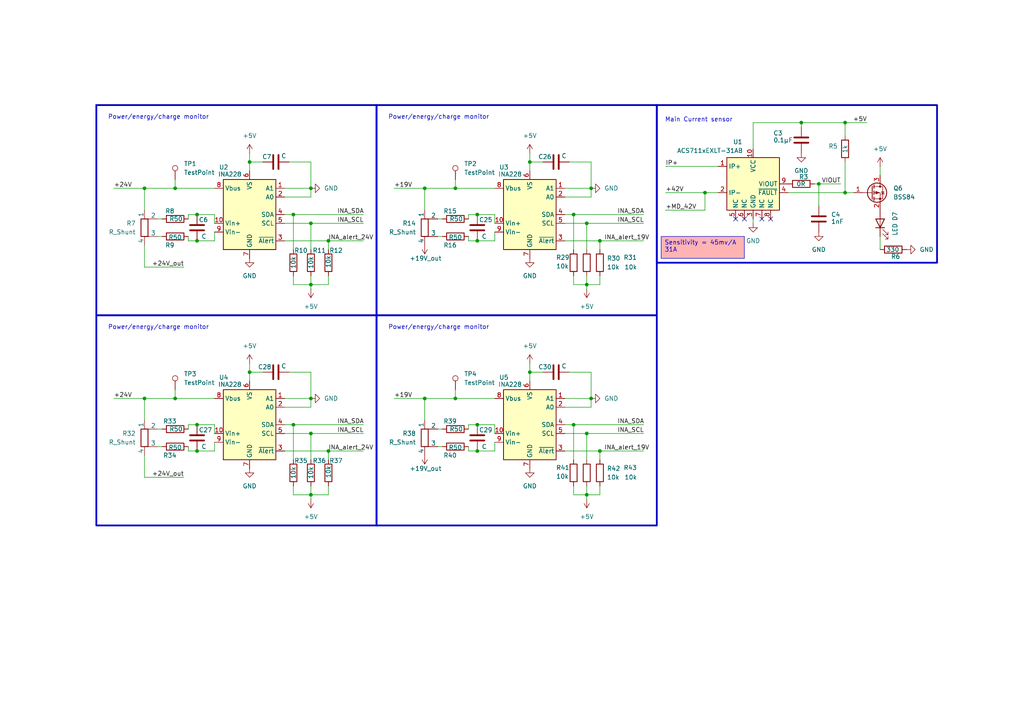
<source format=kicad_sch>
(kicad_sch (version 20231120) (generator "eeschema") (generator_version "8.0")
  (paper "A4")
  (title_block (title "Power distribution pcb") (company "Lapin AMK"))
  (lib_symbols
    (symbol "Connector:TestPoint" (pin_numbers hide) (pin_names (offset 0.762) hide)
      (property "Reference" "TP" (at 0 6.858 0))
      (property "Value" "TestPoint" (at 0 5.08 0))
      (symbol "TestPoint_0_1"
        (circle (center 0 3.302) (radius 0.762))
      )
      (symbol "TestPoint_1_1"
        (pin passive line (at 0 0 90) (length 2.54) (name "1") (number "1"))
      )
    )
    (symbol "Device:C" (pin_numbers hide) (pin_names (offset 0.254))
      (property "Reference" "C" (at 0.635 2.54 0))
      (property "Value" "C" (at 0.635 -2.54 0))
      (symbol "C_0_1"
        (polyline (pts (xy -2.032 -0.762) (xy 2.032 -0.762)) (stroke (width 0.508)))
        (polyline (pts (xy -2.032 0.762) (xy 2.032 0.762)) (stroke (width 0.508)))
      )
      (symbol "C_1_1"
        (pin passive line (at 0 3.81 270) (length 2.794) (name "~") (number "1"))
        (pin passive line (at 0 -3.81 90) (length 2.794) (name "~") (number "2"))
      )
    )
    (symbol "Device:LED" (pin_numbers hide) (pin_names (offset 1.016) hide)
      (property "Reference" "D" (at 0 2.54 0))
      (property "Value" "LED" (at 0 -2.54 0))
      (symbol "LED_0_1"
        (polyline (pts (xy -1.27 -1.27) (xy -1.27 1.27)) (stroke (width 0.254)))
        (polyline (pts (xy -1.27 0) (xy 1.27 0)))
        (polyline (pts (xy 1.27 -1.27) (xy 1.27 1.27) (xy -1.27 0) (xy 1.27 -1.27)) (stroke (width 0.254)))
        (polyline (pts (xy -3.048 -0.762) (xy -4.572 -2.286) (xy -3.81 -2.286) (xy -4.572 -2.286) (xy -4.572 -1.524)))
        (polyline (pts (xy -1.778 -0.762) (xy -3.302 -2.286) (xy -2.54 -2.286) (xy -3.302 -2.286) (xy -3.302 -1.524)))
      )
      (symbol "LED_1_1"
        (pin passive line (at -3.81 0 0) (length 2.54) (name "K") (number "1"))
        (pin passive line (at 3.81 0 180) (length 2.54) (name "A") (number "2"))
      )
    )
    (symbol "Device:R" (pin_numbers hide) (pin_names (offset 0))
      (property "Reference" "R" (at 2.032 0 90))
      (property "Value" "R" (at 0 0 90))
      (symbol "R_0_1"
        (rectangle (start -1.016 -2.54) (end 1.016 2.54) (stroke (width 0.254)))
      )
      (symbol "R_1_1"
        (pin passive line (at 0 3.81 270) (length 1.27) (name "~") (number "1"))
        (pin passive line (at 0 -3.81 90) (length 1.27) (name "~") (number "2"))
      )
    )
    (symbol "Device:R_Shunt" (pin_numbers hide) (pin_names (offset 0))
      (property "Reference" "R" (at -4.445 0 90))
      (property "Value" "R_Shunt" (at -2.54 0 90))
      (symbol "R_Shunt_0_1"
        (rectangle (start -1.016 -2.54) (end 1.016 2.54) (stroke (width 0.254)))
        (polyline (pts (xy 0 -2.54) (xy 1.27 -2.54)))
        (polyline (pts (xy 1.27 2.54) (xy 0 2.54)))
      )
      (symbol "R_Shunt_1_1"
        (pin passive line (at 0 5.08 270) (length 2.54) (name "1") (number "1"))
        (pin passive line (at 3.81 2.54 180) (length 2.54) (name "2") (number "2"))
        (pin passive line (at 3.81 -2.54 180) (length 2.54) (name "3") (number "3"))
        (pin passive line (at 0 -5.08 90) (length 2.54) (name "4") (number "4"))
      )
    )
    (symbol "Sensor_Current:ACS711xEXLT-31AB"
      (property "Reference" "U" (at 8.89 6.35 0))
      (property "Value" "ACS711xEXLT-31AB" (at 8.89 3.81 0))
      (symbol "ACS711xEXLT-31AB_0_1"
        (rectangle (start -7.62 7.62) (end 7.62 -7.62) (stroke (width 0.254)) (fill (type background)))
      )
      (symbol "ACS711xEXLT-31AB_1_1"
        (pin passive line (at -10.16 5.08 0) (length 2.54) (name "IP+") (number "1"))
        (pin power_in line (at 0 10.16 270) (length 2.54) (name "VCC") (number "10"))
        (pin passive line (at -10.16 -2.54 0) (length 2.54) (name "IP-") (number "2"))
        (pin power_in line (at 0 -10.16 90) (length 2.54) (name "GND") (number "3"))
        (pin output line (at 10.16 -2.54 180) (length 2.54) (name "~{FAULT}") (number "4"))
        (pin passive line (at -5.08 -10.16 90) (length 2.54) (name "NC") (number "5"))
        (pin passive line (at -2.54 -10.16 90) (length 2.54) (name "NC") (number "6"))
        (pin passive line (at 2.54 -10.16 90) (length 2.54) (name "NC") (number "7"))
        (pin passive line (at 5.08 -10.16 90) (length 2.54) (name "NC") (number "8"))
        (pin output line (at 10.16 0 180) (length 2.54) (name "VIOUT") (number "9"))
      )
    )
    (symbol "Sensor_Energy:INA228"
      (property "Reference" "U" (at -6.35 11.43 0))
      (property "Value" "INA228" (at 3.81 11.43 0))
      (symbol "INA228_0_1"
        (rectangle (start 7.62 10.16) (end -7.62 -10.16) (stroke (width 0.254)) (fill (type background)))
      )
      (symbol "INA228_1_1"
        (pin input line (at 10.16 7.62 180) (length 2.54) (name "A1") (number "1"))
        (pin input line (at -10.16 -2.54 0) (length 2.54) (name "Vin+") (number "10"))
        (pin input line (at 10.16 5.08 180) (length 2.54) (name "A0") (number "2"))
        (pin open_collector line (at 10.16 -7.62 180) (length 2.54) (name "~{Alert}") (number "3"))
        (pin bidirectional line (at 10.16 0 180) (length 2.54) (name "SDA") (number "4"))
        (pin input line (at 10.16 -2.54 180) (length 2.54) (name "SCL") (number "5"))
        (pin power_in line (at 0 12.7 270) (length 2.54) (name "VS") (number "6"))
        (pin power_in line (at 0 -12.7 90) (length 2.54) (name "GND") (number "7"))
        (pin input line (at -10.16 7.62 0) (length 2.54) (name "Vbus") (number "8"))
        (pin input line (at -10.16 -5.08 0) (length 2.54) (name "Vin-") (number "9"))
      )
    )
    (symbol "Transistor_FET:BSS84" (pin_names hide)
      (property "Reference" "Q" (at 5.08 1.905 0))
      (property "Value" "BSS84" (at 5.08 0 0))
      (symbol "BSS84_0_1"
        (polyline (pts (xy 0.254 0) (xy -2.54 0)))
        (polyline (pts (xy 0.254 1.905) (xy 0.254 -1.905)) (stroke (width 0.254)))
        (polyline (pts (xy 0.762 -1.27) (xy 0.762 -2.286)) (stroke (width 0.254)))
        (polyline (pts (xy 0.762 0.508) (xy 0.762 -0.508)) (stroke (width 0.254)))
        (polyline (pts (xy 0.762 2.286) (xy 0.762 1.27)) (stroke (width 0.254)))
        (polyline (pts (xy 2.54 2.54) (xy 2.54 1.778)))
        (polyline (pts (xy 2.54 -2.54) (xy 2.54 0) (xy 0.762 0)))
        (polyline (pts (xy 0.762 1.778) (xy 3.302 1.778) (xy 3.302 -1.778) (xy 0.762 -1.778)))
        (polyline (pts (xy 2.286 0) (xy 1.27 0.381) (xy 1.27 -0.381) (xy 2.286 0)) (fill (type outline)))
        (polyline (pts (xy 2.794 -0.508) (xy 2.921 -0.381) (xy 3.683 -0.381) (xy 3.81 -0.254)))
        (polyline (pts (xy 3.302 -0.381) (xy 2.921 0.254) (xy 3.683 0.254) (xy 3.302 -0.381)))
        (circle (center 1.651 0) (radius 2.794) (stroke (width 0.254)))
        (circle (center 2.54 -1.778) (radius 0.254) (fill (type outline)))
        (circle (center 2.54 1.778) (radius 0.254) (fill (type outline)))
      )
      (symbol "BSS84_1_1"
        (pin input line (at -5.08 0 0) (length 2.54) (name "G") (number "1"))
        (pin passive line (at 2.54 -5.08 90) (length 2.54) (name "S") (number "2"))
        (pin passive line (at 2.54 5.08 270) (length 2.54) (name "D") (number "3"))
      )
    )
    (symbol "power:+36V" (power) (pin_numbers hide) (pin_names (offset 0) hide)
      (property "Value" "+36V" (at 0 3.556 0))
      (symbol "+36V_0_1"
        (polyline (pts (xy -0.762 1.27) (xy 0 2.54)))
        (polyline (pts (xy 0 0) (xy 0 2.54)))
        (polyline (pts (xy 0 2.54) (xy 0.762 1.27)))
      )
      (symbol "+36V_1_1"
        (pin power_in line (at 0 0 90) (length 0) (name "~") (number "1"))
      )
    )
    (symbol "power:+5V" (power) (pin_numbers hide) (pin_names (offset 0) hide)
      (property "Value" "+5V" (at 0 3.556 0))
      (symbol "+5V_0_1"
        (polyline (pts (xy -0.762 1.27) (xy 0 2.54)))
        (polyline (pts (xy 0 0) (xy 0 2.54)))
        (polyline (pts (xy 0 2.54) (xy 0.762 1.27)))
      )
      (symbol "+5V_1_1"
        (pin power_in line (at 0 0 90) (length 0) (name "~") (number "1"))
      )
    )
    (symbol "power:GND" (power) (pin_numbers hide) (pin_names (offset 0) hide)
      (property "Value" "GND" (at 0 -3.81 0))
      (symbol "GND_0_1"
        (polyline (pts (xy 0 0) (xy 0 -1.27) (xy 1.27 -1.27) (xy 0 -2.54) (xy -1.27 -1.27) (xy 0 -1.27)))
      )
      (symbol "GND_1_1"
        (pin power_in line (at 0 0 270) (length 0) (name "~") (number "1"))
      )
    )
  )
  (junction (at 132.08 54.61))
  (junction (at 90.17 54.61))
  (junction (at 132.08 115.57))
  (junction (at 237.49 53.34))
  (junction (at 72.39 46.99))
  (junction (at 57.15 62.23))
  (junction (at 50.8 115.57))
  (junction (at 123.19 54.61))
  (junction (at 171.45 54.61))
  (junction (at 171.45 115.57))
  (junction (at 90.17 64.77))
  (junction (at 138.43 130.81))
  (junction (at 57.15 69.85))
  (junction (at 170.18 64.77))
  (junction (at 85.09 62.23))
  (junction (at 173.99 130.81))
  (junction (at 95.25 69.85))
  (junction (at 123.19 115.57))
  (junction (at 90.17 115.57))
  (junction (at 85.09 123.19))
  (junction (at 245.11 35.56))
  (junction (at 204.47 55.88))
  (junction (at 166.37 62.23))
  (junction (at 173.99 69.85))
  (junction (at 72.39 107.95))
  (junction (at 153.67 46.99))
  (junction (at 170.18 143.51))
  (junction (at 95.25 130.81))
  (junction (at 170.18 82.55))
  (junction (at 90.17 125.73))
  (junction (at 138.43 62.23))
  (junction (at 41.91 54.61))
  (junction (at 50.8 54.61))
  (junction (at 57.15 130.81))
  (junction (at 166.37 123.19))
  (junction (at 90.17 82.55))
  (junction (at 90.17 143.51))
  (junction (at 57.15 123.19))
  (junction (at 41.91 115.57))
  (junction (at 245.11 55.88))
  (junction (at 170.18 125.73))
  (junction (at 153.67 107.95))
  (junction (at 138.43 69.85))
  (junction (at 232.41 35.56))
  (junction (at 138.43 123.19))
  (no_connect (at 223.52 63.5))
  (no_connect (at 220.98 63.5))
  (no_connect (at 215.9 63.5))
  (no_connect (at 213.36 63.5))
  (wire (pts (xy 82.55 130.81) (xy 95.25 130.81)))
  (wire (pts (xy 153.67 46.99) (xy 157.48 46.99)))
  (wire (pts (xy 193.04 60.96) (xy 204.47 60.96)))
  (wire (pts (xy 138.43 62.23) (xy 143.51 62.23)))
  (wire (pts (xy 72.39 105.41) (xy 72.39 107.95)))
  (wire (pts (xy 82.55 123.19) (xy 85.09 123.19)))
  (wire (pts (xy 135.89 62.23) (xy 135.89 63.5)))
  (wire (pts (xy 163.83 115.57) (xy 171.45 115.57)))
  (wire (pts (xy 95.25 130.81) (xy 95.25 133.35)))
  (wire (pts (xy 173.99 82.55) (xy 170.18 82.55)))
  (wire (pts (xy 46.99 124.46) (xy 45.72 124.46)))
  (wire (pts (xy 163.83 125.73) (xy 170.18 125.73)))
  (wire (pts (xy 85.09 140.97) (xy 85.09 143.51)))
  (wire (pts (xy 170.18 143.51) (xy 166.37 143.51)))
  (wire (pts (xy 123.19 115.57) (xy 132.08 115.57)))
  (wire (pts (xy 153.67 105.41) (xy 153.67 107.95)))
  (wire (pts (xy 163.83 62.23) (xy 166.37 62.23)))
  (wire (pts (xy 50.8 115.57) (xy 62.23 115.57)))
  (wire (pts (xy 90.17 118.11) (xy 90.17 115.57)))
  (wire (pts (xy 166.37 123.19) (xy 186.69 123.19)))
  (wire (pts (xy 173.99 130.81) (xy 173.99 133.35)))
  (wire (pts (xy 72.39 44.45) (xy 72.39 46.99)))
  (wire (pts (xy 33.02 54.61) (xy 41.91 54.61)))
  (wire (pts (xy 85.09 123.19) (xy 85.09 133.35)))
  (wire (pts (xy 41.91 132.08) (xy 41.91 138.43)))
  (wire (pts (xy 57.15 69.85) (xy 62.23 69.85)))
  (wire (pts (xy 41.91 138.43) (xy 53.34 138.43)))
  (wire (pts (xy 50.8 54.61) (xy 62.23 54.61)))
  (wire (pts (xy 163.83 69.85) (xy 173.99 69.85)))
  (wire (pts (xy 54.61 123.19) (xy 57.15 123.19)))
  (wire (pts (xy 72.39 107.95) (xy 72.39 110.49)))
  (wire (pts (xy 132.08 113.03) (xy 132.08 115.57)))
  (wire (pts (xy 170.18 82.55) (xy 170.18 83.82)))
  (wire (pts (xy 41.91 121.92) (xy 41.91 115.57)))
  (wire (pts (xy 90.17 107.95) (xy 90.17 115.57)))
  (wire (pts (xy 218.44 35.56) (xy 218.44 43.18)))
  (wire (pts (xy 90.17 125.73) (xy 90.17 133.35)))
  (wire (pts (xy 166.37 62.23) (xy 166.37 72.39)))
  (wire (pts (xy 50.8 52.07) (xy 50.8 54.61)))
  (wire (pts (xy 171.45 107.95) (xy 171.45 115.57)))
  (wire (pts (xy 171.45 118.11) (xy 171.45 115.57)))
  (wire (pts (xy 170.18 64.77) (xy 170.18 72.39)))
  (wire (pts (xy 255.27 48.26) (xy 255.27 50.8)))
  (wire (pts (xy 132.08 54.61) (xy 143.51 54.61)))
  (wire (pts (xy 143.51 62.23) (xy 143.51 64.77)))
  (wire (pts (xy 95.25 130.81) (xy 105.41 130.81)))
  (wire (pts (xy 218.44 35.56) (xy 232.41 35.56)))
  (wire (pts (xy 170.18 125.73) (xy 186.69 125.73)))
  (wire (pts (xy 57.15 130.81) (xy 62.23 130.81)))
  (wire (pts (xy 128.27 129.54) (xy 127 129.54)))
  (wire (pts (xy 72.39 46.99) (xy 76.2 46.99)))
  (wire (pts (xy 135.89 123.19) (xy 138.43 123.19)))
  (wire (pts (xy 46.99 129.54) (xy 45.72 129.54)))
  (wire (pts (xy 173.99 140.97) (xy 173.99 143.51)))
  (wire (pts (xy 232.41 35.56) (xy 232.41 36.83)))
  (wire (pts (xy 128.27 63.5) (xy 127 63.5)))
  (wire (pts (xy 163.83 57.15) (xy 171.45 57.15)))
  (wire (pts (xy 245.11 55.88) (xy 247.65 55.88)))
  (wire (pts (xy 72.39 107.95) (xy 76.2 107.95)))
  (wire (pts (xy 54.61 130.81) (xy 54.61 129.54)))
  (wire (pts (xy 163.83 130.81) (xy 173.99 130.81)))
  (wire (pts (xy 41.91 77.47) (xy 53.34 77.47)))
  (wire (pts (xy 138.43 123.19) (xy 143.51 123.19)))
  (wire (pts (xy 54.61 130.81) (xy 57.15 130.81)))
  (wire (pts (xy 245.11 46.99) (xy 245.11 55.88)))
  (wire (pts (xy 163.83 118.11) (xy 171.45 118.11)))
  (wire (pts (xy 41.91 115.57) (xy 50.8 115.57)))
  (wire (pts (xy 90.17 80.01) (xy 90.17 82.55)))
  (wire (pts (xy 173.99 143.51) (xy 170.18 143.51)))
  (wire (pts (xy 135.89 62.23) (xy 138.43 62.23)))
  (wire (pts (xy 166.37 80.01) (xy 166.37 82.55)))
  (wire (pts (xy 83.82 107.95) (xy 90.17 107.95)))
  (wire (pts (xy 72.39 46.99) (xy 72.39 49.53)))
  (wire (pts (xy 170.18 143.51) (xy 170.18 144.78)))
  (wire (pts (xy 82.55 62.23) (xy 85.09 62.23)))
  (wire (pts (xy 62.23 123.19) (xy 62.23 125.73)))
  (wire (pts (xy 90.17 46.99) (xy 90.17 54.61)))
  (wire (pts (xy 173.99 69.85) (xy 173.99 72.39)))
  (wire (pts (xy 135.89 69.85) (xy 135.89 68.58)))
  (wire (pts (xy 41.91 54.61) (xy 50.8 54.61)))
  (wire (pts (xy 114.3 54.61) (xy 123.19 54.61)))
  (wire (pts (xy 237.49 53.34) (xy 243.84 53.34)))
  (wire (pts (xy 204.47 55.88) (xy 204.47 60.96)))
  (wire (pts (xy 166.37 123.19) (xy 166.37 133.35)))
  (wire (pts (xy 95.25 140.97) (xy 95.25 143.51)))
  (wire (pts (xy 85.09 62.23) (xy 105.41 62.23)))
  (wire (pts (xy 171.45 57.15) (xy 171.45 54.61)))
  (wire (pts (xy 95.25 69.85) (xy 105.41 69.85)))
  (wire (pts (xy 138.43 69.85) (xy 143.51 69.85)))
  (wire (pts (xy 50.8 113.03) (xy 50.8 115.57)))
  (wire (pts (xy 255.27 68.58) (xy 255.27 72.39)))
  (wire (pts (xy 85.09 80.01) (xy 85.09 82.55)))
  (wire (pts (xy 82.55 69.85) (xy 95.25 69.85)))
  (wire (pts (xy 204.47 55.88) (xy 208.28 55.88)))
  (wire (pts (xy 82.55 115.57) (xy 90.17 115.57)))
  (wire (pts (xy 90.17 57.15) (xy 90.17 54.61)))
  (wire (pts (xy 193.04 55.88) (xy 204.47 55.88)))
  (wire (pts (xy 57.15 62.23) (xy 62.23 62.23)))
  (wire (pts (xy 170.18 80.01) (xy 170.18 82.55)))
  (wire (pts (xy 163.83 123.19) (xy 166.37 123.19)))
  (wire (pts (xy 165.1 46.99) (xy 171.45 46.99)))
  (wire (pts (xy 90.17 82.55) (xy 90.17 83.82)))
  (wire (pts (xy 90.17 64.77) (xy 90.17 72.39)))
  (wire (pts (xy 82.55 118.11) (xy 90.17 118.11)))
  (wire (pts (xy 54.61 62.23) (xy 57.15 62.23)))
  (wire (pts (xy 228.6 55.88) (xy 245.11 55.88)))
  (wire (pts (xy 41.91 60.96) (xy 41.91 54.61)))
  (wire (pts (xy 82.55 125.73) (xy 90.17 125.73)))
  (wire (pts (xy 62.23 62.23) (xy 62.23 64.77)))
  (wire (pts (xy 138.43 130.81) (xy 143.51 130.81)))
  (wire (pts (xy 90.17 125.73) (xy 105.41 125.73)))
  (wire (pts (xy 170.18 82.55) (xy 166.37 82.55)))
  (wire (pts (xy 54.61 69.85) (xy 54.61 68.58)))
  (wire (pts (xy 163.83 54.61) (xy 171.45 54.61)))
  (wire (pts (xy 90.17 82.55) (xy 95.25 82.55)))
  (wire (pts (xy 143.51 123.19) (xy 143.51 125.73)))
  (wire (pts (xy 193.04 48.26) (xy 208.28 48.26)))
  (wire (pts (xy 82.55 64.77) (xy 90.17 64.77)))
  (wire (pts (xy 85.09 62.23) (xy 85.09 72.39)))
  (wire (pts (xy 90.17 64.77) (xy 105.41 64.77)))
  (wire (pts (xy 153.67 44.45) (xy 153.67 46.99)))
  (wire (pts (xy 153.67 46.99) (xy 153.67 49.53)))
  (wire (pts (xy 90.17 143.51) (xy 90.17 144.78)))
  (wire (pts (xy 166.37 140.97) (xy 166.37 143.51)))
  (wire (pts (xy 143.51 69.85) (xy 143.51 67.31)))
  (wire (pts (xy 166.37 62.23) (xy 186.69 62.23)))
  (wire (pts (xy 170.18 125.73) (xy 170.18 133.35)))
  (wire (pts (xy 57.15 123.19) (xy 62.23 123.19)))
  (wire (pts (xy 54.61 69.85) (xy 57.15 69.85)))
  (wire (pts (xy 85.09 143.51) (xy 90.17 143.51)))
  (wire (pts (xy 54.61 123.19) (xy 54.61 124.46)))
  (wire (pts (xy 245.11 35.56) (xy 251.46 35.56)))
  (wire (pts (xy 123.19 60.96) (xy 123.19 54.61)))
  (wire (pts (xy 236.22 53.34) (xy 237.49 53.34)))
  (wire (pts (xy 128.27 68.58) (xy 127 68.58)))
  (wire (pts (xy 237.49 53.34) (xy 237.49 59.69)))
  (wire (pts (xy 135.89 123.19) (xy 135.89 124.46)))
  (wire (pts (xy 62.23 130.81) (xy 62.23 128.27)))
  (wire (pts (xy 132.08 115.57) (xy 143.51 115.57)))
  (wire (pts (xy 95.25 69.85) (xy 95.25 72.39)))
  (wire (pts (xy 46.99 68.58) (xy 45.72 68.58)))
  (wire (pts (xy 82.55 57.15) (xy 90.17 57.15)))
  (wire (pts (xy 85.09 82.55) (xy 90.17 82.55)))
  (wire (pts (xy 90.17 143.51) (xy 95.25 143.51)))
  (wire (pts (xy 153.67 107.95) (xy 153.67 110.49)))
  (wire (pts (xy 135.89 130.81) (xy 135.89 129.54)))
  (wire (pts (xy 62.23 69.85) (xy 62.23 67.31)))
  (wire (pts (xy 123.19 121.92) (xy 123.19 115.57)))
  (wire (pts (xy 41.91 71.12) (xy 41.91 77.47)))
  (wire (pts (xy 171.45 46.99) (xy 171.45 54.61)))
  (wire (pts (xy 165.1 107.95) (xy 171.45 107.95)))
  (wire (pts (xy 143.51 130.81) (xy 143.51 128.27)))
  (wire (pts (xy 173.99 130.81) (xy 186.69 130.81)))
  (wire (pts (xy 163.83 64.77) (xy 170.18 64.77)))
  (wire (pts (xy 218.44 64.77) (xy 218.44 63.5)))
  (wire (pts (xy 153.67 107.95) (xy 157.48 107.95)))
  (wire (pts (xy 46.99 63.5) (xy 45.72 63.5)))
  (wire (pts (xy 135.89 130.81) (xy 138.43 130.81)))
  (wire (pts (xy 82.55 54.61) (xy 90.17 54.61)))
  (wire (pts (xy 232.41 35.56) (xy 245.11 35.56)))
  (wire (pts (xy 114.3 115.57) (xy 123.19 115.57)))
  (wire (pts (xy 54.61 62.23) (xy 54.61 63.5)))
  (wire (pts (xy 83.82 46.99) (xy 90.17 46.99)))
  (wire (pts (xy 95.25 80.01) (xy 95.25 82.55)))
  (wire (pts (xy 33.02 115.57) (xy 41.91 115.57)))
  (wire (pts (xy 170.18 64.77) (xy 186.69 64.77)))
  (wire (pts (xy 85.09 123.19) (xy 105.41 123.19)))
  (wire (pts (xy 173.99 69.85) (xy 186.69 69.85)))
  (wire (pts (xy 90.17 140.97) (xy 90.17 143.51)))
  (wire (pts (xy 132.08 52.07) (xy 132.08 54.61)))
  (wire (pts (xy 245.11 39.37) (xy 245.11 35.56)))
  (wire (pts (xy 173.99 80.01) (xy 173.99 82.55)))
  (wire (pts (xy 135.89 69.85) (xy 138.43 69.85)))
  (wire (pts (xy 123.19 54.61) (xy 132.08 54.61)))
  (wire (pts (xy 128.27 124.46) (xy 127 124.46)))
  (wire (pts (xy 170.18 140.97) (xy 170.18 143.51)))
  (rectangle (start 27.94 30.48) (end 109.22 91.44) (stroke (width 0.508)))
  (rectangle (start 190.5 30.48) (end 271.78 76.2) (stroke (width 0.508)))
  (rectangle (start 109.22 30.48) (end 190.5 91.44) (stroke (width 0.508)))
  (rectangle (start 109.22 91.44) (end 190.5 152.4) (stroke (width 0.508)))
  (rectangle (start 27.94 91.44) (end 109.22 152.4) (stroke (width 0.508)))
  (text_box "Sensitivity = 45mv/A\n31A " (at 191.77 68.58 0) (size 24.13 6.35) (fill (type color) (color 255 0 0 0.3)) (effects (font (size 1.27 1.27)) (justify left top)))
  (text "Power/energy/charge monitor\n" (at 127.254 94.996 0) (effects (font (size 1.27 1.27))))
  (text "Power/energy/charge monitor\n" (at 45.974 94.996 0) (effects (font (size 1.27 1.27))))
  (text "Main Current sensor\n" (at 202.692 34.798 0) (effects (font (size 1.27 1.27))))
  (text "Power/energy/charge monitor\n" (at 45.974 34.036 0) (effects (font (size 1.27 1.27))))
  (text "Power/energy/charge monitor\n" (at 127.254 34.036 0) (effects (font (size 1.27 1.27))))
  (label "INA_alert_19V" (at 175.26 69.85 0))
  (label "INA_SDA" (at 179.07 123.19 0))
  (label "+24V_out" (at 53.34 77.47 180))
  (label "+24V" (at 33.02 54.61 0))
  (label "INA_SDA" (at 97.79 123.19 0))
  (label "IP+" (at 193.04 48.26 0))
  (label "INA_SDA" (at 97.79 62.23 0))
  (label "VIOUT" (at 243.84 53.34 180))
  (label "INA_SDA" (at 179.07 62.23 0))
  (label "INA_alert_24V" (at 95.25 69.85 0))
  (label "+19V" (at 114.3 54.61 0))
  (label "+24V_out" (at 53.34 138.43 180))
  (label "INA_alert_24V" (at 95.25 130.81 0))
  (label "+MD_42V" (at 193.04 60.96 0))
  (label "INA_SCL" (at 97.79 64.77 0))
  (label "+42V" (at 193.04 55.88 0))
  (label "+24V" (at 33.02 115.57 0))
  (label "INA_SCL" (at 179.07 64.77 0))
  (label "INA_SCL" (at 97.79 125.73 0))
  (label "INA_SCL" (at 179.07 125.73 0))
  (label "+19V" (at 114.3 115.57 0))
  (label "INA_alert_19V" (at 175.26 130.81 0))
  (label "+5V" (at 251.46 35.56 180))
  (symbol (lib_id "Device:R") (at 85.09 76.2 0) (unit 1)
    (property "Reference" "R10" (at 85.344 72.644 0) (effects (justify left)))
    (property "Value" "10k" (at 85.09 77.978 90) (effects (justify left)))
    (property "Footprint" "Resistor_SMD:R_0603_1608Metric_Pad0.98x0.95mm_HandSolder" (effects (hide yes)))
    (property "Description" "Resistor" (effects (hide yes)))
  )
  (symbol (lib_id "Device:R") (at 132.08 68.58 90) (unit 1)
    (property "Reference" "R16" (at 130.556 71.12 90))
    (property "Value" "R50" (at 132.08 68.834 90))
    (property "Footprint" "Resistor_SMD:R_0603_1608Metric_Pad0.98x0.95mm_HandSolder" (effects (hide yes)))
    (property "Description" "Resistor" (effects (hide yes)))
  )
  (symbol (lib_id "Device:C") (at 80.01 46.99 90) (unit 1)
    (property "Reference" "C7" (at 78.74 45.466 90) (effects (justify left)))
    (property "Value" "C" (at 83.058 45.212 90) (effects (justify left)))
    (property "Description" "Unpolarized capacitor" (effects (hide yes)))
  )
  (symbol (lib_id "power:+5V") (at 170.18 83.82 180) (unit 1)
    (property "Reference" "#PWR054" (effects (hide yes)))
    (property "Value" "+5V" (at 170.18 88.9 0))
    (property "Description" "Power symbol creates a global label with name \"+5V\"" (effects (hide yes)))
  )
  (symbol (lib_id "Connector:TestPoint") (at 50.8 52.07 0) (unit 1)
    (property "Reference" "TP1" (at 53.34 47.4979 0) (effects (justify left)))
    (property "Value" "TestPoint" (at 53.34 50.0379 0) (effects (justify left)))
    (property "Description" "test point" (effects (hide yes)))
  )
  (symbol (lib_id "power:GND") (at 262.89 72.39 90) (unit 1)
    (property "Reference" "#PWR012" (effects (hide yes)))
    (property "Value" "GND" (at 266.7 72.3899 90) (effects (justify right)))
    (property "Description" "Power symbol creates a global label with name \"GND\" , ground" (effects (hide yes)))
  )
  (symbol (lib_id "power:GND") (at 218.44 64.77 0) (unit 1)
    (property "Reference" "#PWR08" (effects (hide yes)))
    (property "Value" "GND" (at 218.44 69.85 0))
    (property "Description" "Power symbol creates a global label with name \"GND\" , ground" (effects (hide yes)))
  )
  (symbol (lib_id "Device:R") (at 50.8 129.54 90) (unit 1)
    (property "Reference" "R34" (at 49.276 132.08 90))
    (property "Value" "R50" (at 50.8 129.794 90))
    (property "Footprint" "Resistor_SMD:R_0603_1608Metric_Pad0.98x0.95mm_HandSolder" (effects (hide yes)))
    (property "Description" "Resistor" (effects (hide yes)))
  )
  (symbol (lib_id "Device:R_Shunt") (at 41.91 66.04 0) (unit 1)
    (property "Reference" "R7" (at 39.37 64.7699 0) (effects (justify right)))
    (property "Value" "R_Shunt" (at 39.37 67.3099 0) (effects (justify right)))
    (property "Description" "Shunt resistor" (effects (hide yes)))
  )
  (symbol (lib_id "Device:C") (at 138.43 127 0) (unit 1)
    (property "Reference" "C29" (at 138.938 124.714 0) (effects (justify left)))
    (property "Value" "C" (at 139.7 129.54 0) (effects (justify left)))
    (property "Description" "Unpolarized capacitor" (effects (hide yes)))
  )
  (symbol (lib_id "Device:C") (at 232.41 40.64 0) (unit 1)
    (property "Reference" "C3" (at 224.282 38.608 0) (effects (justify left)))
    (property "Value" "0.1µF" (at 224.282 40.64 0) (effects (justify left)))
    (property "Description" "Unpolarized capacitor" (effects (hide yes)))
  )
  (symbol (lib_id "power:GND") (at 153.67 135.89 0) (unit 1)
    (property "Reference" "#PWR062" (effects (hide yes)))
    (property "Value" "GND" (at 153.67 140.97 0))
    (property "Description" "Power symbol creates a global label with name \"GND\" , ground" (effects (hide yes)))
  )
  (symbol (lib_id "Device:R") (at 173.99 137.16 0) (unit 1)
    (property "Reference" "R43" (at 180.848 135.636 0) (effects (justify left)))
    (property "Value" "10k" (at 181.102 138.43 0) (effects (justify left)))
    (property "Footprint" "Resistor_SMD:R_0603_1608Metric_Pad0.98x0.95mm_HandSolder" (effects (hide yes)))
    (property "Description" "Resistor" (effects (hide yes)))
  )
  (symbol (lib_id "Device:R") (at 166.37 137.16 0) (unit 1)
    (property "Reference" "R41" (at 161.29 135.636 0) (effects (justify left)))
    (property "Value" "10k" (at 161.29 138.176 0) (effects (justify left)))
    (property "Footprint" "Resistor_SMD:R_0603_1608Metric_Pad0.98x0.95mm_HandSolder" (effects (hide yes)))
    (property "Description" "Resistor" (effects (hide yes)))
  )
  (symbol (lib_id "power:GND") (at 171.45 54.61 90) (unit 1)
    (property "Reference" "#PWR055" (effects (hide yes)))
    (property "Value" "GND" (at 175.26 54.6099 90) (effects (justify right)))
    (property "Description" "Power symbol creates a global label with name \"GND\" , ground" (effects (hide yes)))
  )
  (symbol (lib_id "Device:R") (at 132.08 63.5 90) (unit 1)
    (property "Reference" "R15" (at 130.556 61.214 90))
    (property "Value" "R50" (at 132.334 63.5 90))
    (property "Footprint" "Resistor_SMD:R_0603_1608Metric_Pad0.98x0.95mm_HandSolder" (effects (hide yes)))
    (property "Description" "Resistor" (effects (hide yes)))
  )
  (symbol (lib_id "Device:R") (at 132.08 129.54 90) (unit 1)
    (property "Reference" "R40" (at 130.556 132.08 90))
    (property "Value" "R50" (at 132.08 129.794 90))
    (property "Footprint" "Resistor_SMD:R_0603_1608Metric_Pad0.98x0.95mm_HandSolder" (effects (hide yes)))
    (property "Description" "Resistor" (effects (hide yes)))
  )
  (symbol (lib_id "Sensor_Energy:INA228") (at 153.67 62.23 0) (unit 1)
    (property "Reference" "U3" (at 144.78 48.514 0) (effects (justify left)))
    (property "Value" "INA228" (at 144.526 50.546 0) (effects (justify left)))
    (property "Footprint" "Package_SO:VSSOP-10_3x3mm_P0.5mm" (effects (hide yes)))
    (property "Datasheet" "https://www.ti.com/lit/ds/symlink/ina228.pdf" (effects (hide yes)))
    (property "Description" "High-Side or Low-Side Measurement, Bi-Directional Current and Power Monitor (0-85V) with I2C, SMBus-, and PMBus-Compatible Interface, VSSOP-10" (effects (hide yes)))
  )
  (symbol (lib_id "power:GND") (at 237.49 67.31 0) (unit 1)
    (property "Reference" "#PWR010" (effects (hide yes)))
    (property "Value" "GND" (at 237.49 72.39 0))
    (property "Description" "Power symbol creates a global label with name \"GND\" , ground" (effects (hide yes)))
  )
  (symbol (lib_id "Device:C") (at 138.43 66.04 0) (unit 1)
    (property "Reference" "C25" (at 138.938 63.754 0) (effects (justify left)))
    (property "Value" "C" (at 139.7 68.58 0) (effects (justify left)))
    (property "Description" "Unpolarized capacitor" (effects (hide yes)))
  )
  (symbol (lib_id "power:+5V") (at 153.67 105.41 0) (unit 1)
    (property "Reference" "#PWR061" (effects (hide yes)))
    (property "Value" "+5V" (at 153.67 100.33 0))
    (property "Description" "Power symbol creates a global label with name \"+5V\"" (effects (hide yes)))
  )
  (symbol (lib_id "power:GND") (at 232.41 44.45 0) (unit 1)
    (property "Reference" "#PWR09" (effects (hide yes)))
    (property "Value" "GND" (at 232.41 49.53 0))
    (property "Description" "Power symbol creates a global label with name \"GND\" , ground" (effects (hide yes)))
  )
  (symbol (lib_id "power:GND") (at 72.39 74.93 0) (unit 1)
    (property "Reference" "#PWR015" (effects (hide yes)))
    (property "Value" "GND" (at 72.39 80.01 0))
    (property "Description" "Power symbol creates a global label with name \"GND\" , ground" (effects (hide yes)))
  )
  (symbol (lib_id "Device:R") (at 95.25 76.2 0) (unit 1)
    (property "Reference" "R12" (at 95.504 72.644 0) (effects (justify left)))
    (property "Value" "10k" (at 95.25 77.724 90) (effects (justify left)))
    (property "Footprint" "Resistor_SMD:R_0603_1608Metric_Pad0.98x0.95mm_HandSolder" (effects (hide yes)))
    (property "Description" "Resistor" (effects (hide yes)))
  )
  (symbol (lib_id "power:GND") (at 153.67 74.93 0) (unit 1)
    (property "Reference" "#PWR042" (effects (hide yes)))
    (property "Value" "GND" (at 153.67 80.01 0))
    (property "Description" "Power symbol creates a global label with name \"GND\" , ground" (effects (hide yes)))
  )
  (symbol (lib_id "Device:R") (at 245.11 43.18 0) (unit 1)
    (property "Reference" "R5" (at 240.284 42.418 0) (effects (justify left)))
    (property "Value" "1k" (at 245.11 44.45 90) (effects (justify left)))
    (property "Footprint" "Resistor_SMD:R_0603_1608Metric_Pad0.98x0.95mm_HandSolder" (effects (hide yes)))
    (property "Description" "Resistor" (effects (hide yes)))
  )
  (symbol (lib_id "Connector:TestPoint") (at 50.8 113.03 0) (unit 1)
    (property "Reference" "TP3" (at 53.34 108.4579 0) (effects (justify left)))
    (property "Value" "TestPoint" (at 53.34 110.9979 0) (effects (justify left)))
    (property "Description" "test point" (effects (hide yes)))
  )
  (symbol (lib_id "Sensor_Energy:INA228") (at 72.39 62.23 0) (unit 1)
    (property "Reference" "U2" (at 63.5 48.514 0) (effects (justify left)))
    (property "Value" "INA228" (at 63.246 50.546 0) (effects (justify left)))
    (property "Footprint" "Package_SO:VSSOP-10_3x3mm_P0.5mm" (effects (hide yes)))
    (property "Datasheet" "https://www.ti.com/lit/ds/symlink/ina228.pdf" (effects (hide yes)))
    (property "Description" "High-Side or Low-Side Measurement, Bi-Directional Current and Power Monitor (0-85V) with I2C, SMBus-, and PMBus-Compatible Interface, VSSOP-10" (effects (hide yes)))
  )
  (symbol (lib_id "Device:R") (at 166.37 76.2 0) (unit 1)
    (property "Reference" "R29" (at 161.29 74.676 0) (effects (justify left)))
    (property "Value" "10k" (at 161.29 77.216 0) (effects (justify left)))
    (property "Footprint" "Resistor_SMD:R_0603_1608Metric_Pad0.98x0.95mm_HandSolder" (effects (hide yes)))
    (property "Description" "Resistor" (effects (hide yes)))
  )
  (symbol (lib_id "Sensor_Current:ACS711xEXLT-31AB") (at 218.44 53.34 0) (unit 1)
    (property "Reference" "U1" (at 212.598 41.148 0) (effects (justify left)))
    (property "Value" "ACS711xEXLT-31AB" (at 196.342 43.688 0) (effects (justify left)))
    (property "Footprint" "Sensor_Current:Allegro_QFN-12-10-1EP_3x3mm_P0.5mm" (effects (hide yes)))
    (property "Datasheet" "http://www.allegromicro.com/~/Media/Files/Datasheets/ACS711-Datasheet.ashx" (effects (hide yes)))
    (property "Description" "±31A Bidirectional, Hall-Effect Current Sensor, +3.3V supply, 45mV/A, QFN-12" (effects (hide yes)))
  )
  (symbol (lib_id "Device:R_Shunt") (at 123.19 66.04 0) (unit 1)
    (property "Reference" "R14" (at 120.65 64.7699 0) (effects (justify right)))
    (property "Value" "R_Shunt" (at 120.65 67.3099 0) (effects (justify right)))
    (property "Description" "Shunt resistor" (effects (hide yes)))
  )
  (symbol (lib_id "Device:R_Shunt") (at 41.91 127 0) (unit 1)
    (property "Reference" "R32" (at 39.37 125.7299 0) (effects (justify right)))
    (property "Value" "R_Shunt" (at 39.37 128.2699 0) (effects (justify right)))
    (property "Description" "Shunt resistor" (effects (hide yes)))
  )
  (symbol (lib_id "Device:R") (at 259.08 72.39 90) (unit 1)
    (property "Reference" "R6" (at 261.112 74.422 90) (effects (justify left)))
    (property "Value" "330" (at 260.858 72.39 90) (effects (justify left)))
    (property "Footprint" "Resistor_SMD:R_0603_1608Metric_Pad0.98x0.95mm_HandSolder" (effects (hide yes)))
    (property "Description" "Resistor" (effects (hide yes)))
  )
  (symbol (lib_id "Connector:TestPoint") (at 132.08 52.07 0) (unit 1)
    (property "Reference" "TP2" (at 134.62 47.4979 0) (effects (justify left)))
    (property "Value" "TestPoint" (at 134.62 50.0379 0) (effects (justify left)))
    (property "Description" "test point" (effects (hide yes)))
  )
  (symbol (lib_id "Device:R_Shunt") (at 123.19 127 0) (unit 1)
    (property "Reference" "R38" (at 120.65 125.7299 0) (effects (justify right)))
    (property "Value" "R_Shunt" (at 120.65 128.2699 0) (effects (justify right)))
    (property "Description" "Shunt resistor" (effects (hide yes)))
  )
  (symbol (lib_id "Sensor_Energy:INA228") (at 153.67 123.19 0) (unit 1)
    (property "Reference" "U5" (at 144.78 109.474 0) (effects (justify left)))
    (property "Value" "INA228" (at 144.526 111.506 0) (effects (justify left)))
    (property "Footprint" "Package_SO:VSSOP-10_3x3mm_P0.5mm" (effects (hide yes)))
    (property "Datasheet" "https://www.ti.com/lit/ds/symlink/ina228.pdf" (effects (hide yes)))
    (property "Description" "High-Side or Low-Side Measurement, Bi-Directional Current and Power Monitor (0-85V) with I2C, SMBus-, and PMBus-Compatible Interface, VSSOP-10" (effects (hide yes)))
  )
  (symbol (lib_id "Device:R") (at 50.8 124.46 90) (unit 1)
    (property "Reference" "R33" (at 49.276 122.174 90))
    (property "Value" "R50" (at 51.054 124.46 90))
    (property "Footprint" "Resistor_SMD:R_0603_1608Metric_Pad0.98x0.95mm_HandSolder" (effects (hide yes)))
    (property "Description" "Resistor" (effects (hide yes)))
  )
  (symbol (lib_id "power:GND") (at 72.39 135.89 0) (unit 1)
    (property "Reference" "#PWR057" (effects (hide yes)))
    (property "Value" "GND" (at 72.39 140.97 0))
    (property "Description" "Power symbol creates a global label with name \"GND\" , ground" (effects (hide yes)))
  )
  (symbol (lib_id "Device:LED") (at 255.27 64.77 90) (unit 1)
    (property "Reference" "D7" (at 259.588 62.738 0))
    (property "Value" "LED" (at 259.588 66.548 0))
    (property "Description" "Light emitting diode" (effects (hide yes)))
  )
  (symbol (lib_id "Device:C") (at 161.29 46.99 90) (unit 1)
    (property "Reference" "C26" (at 160.02 45.466 90) (effects (justify left)))
    (property "Value" "C" (at 164.338 45.212 90) (effects (justify left)))
    (property "Description" "Unpolarized capacitor" (effects (hide yes)))
  )
  (symbol (lib_id "Device:R") (at 170.18 76.2 0) (unit 1)
    (property "Reference" "R30" (at 176.022 74.93 0) (effects (justify left)))
    (property "Value" "10k" (at 176.022 77.47 0) (effects (justify left)))
    (property "Footprint" "Resistor_SMD:R_0603_1608Metric_Pad0.98x0.95mm_HandSolder" (effects (hide yes)))
    (property "Description" "Resistor" (effects (hide yes)))
  )
  (symbol (lib_id "power:+5V") (at 72.39 105.41 0) (unit 1)
    (property "Reference" "#PWR056" (effects (hide yes)))
    (property "Value" "+5V" (at 72.39 100.33 0))
    (property "Description" "Power symbol creates a global label with name \"+5V\"" (effects (hide yes)))
  )
  (symbol (lib_id "Device:C") (at 237.49 63.5 0) (unit 1)
    (property "Reference" "C4" (at 241.046 62.23 0) (effects (justify left)))
    (property "Value" "1nF" (at 241.046 64.262 0) (effects (justify left)))
    (property "Description" "Unpolarized capacitor" (effects (hide yes)))
  )
  (symbol (lib_id "power:+5V") (at 72.39 44.45 0) (unit 1)
    (property "Reference" "#PWR014" (effects (hide yes)))
    (property "Value" "+5V" (at 72.39 39.37 0))
    (property "Description" "Power symbol creates a global label with name \"+5V\"" (effects (hide yes)))
  )
  (symbol (lib_id "Connector:TestPoint") (at 132.08 113.03 0) (unit 1)
    (property "Reference" "TP4" (at 134.62 108.4579 0) (effects (justify left)))
    (property "Value" "TestPoint" (at 134.62 110.9979 0) (effects (justify left)))
    (property "Description" "test point" (effects (hide yes)))
  )
  (symbol (lib_id "Device:R") (at 173.99 76.2 0) (unit 1)
    (property "Reference" "R31" (at 180.848 74.676 0) (effects (justify left)))
    (property "Value" "10k" (at 181.102 77.47 0) (effects (justify left)))
    (property "Footprint" "Resistor_SMD:R_0603_1608Metric_Pad0.98x0.95mm_HandSolder" (effects (hide yes)))
    (property "Description" "Resistor" (effects (hide yes)))
  )
  (symbol (lib_id "power:+5V") (at 153.67 44.45 0) (unit 1)
    (property "Reference" "#PWR040" (effects (hide yes)))
    (property "Value" "+5V" (at 153.67 39.37 0))
    (property "Description" "Power symbol creates a global label with name \"+5V\"" (effects (hide yes)))
  )
  (symbol (lib_id "power:+5V") (at 255.27 48.26 0) (unit 1)
    (property "Reference" "#PWR011" (effects (hide yes)))
    (property "Value" "+5V" (at 255.27 43.18 0))
    (property "Description" "Power symbol creates a global label with name \"+5V\"" (effects (hide yes)))
  )
  (symbol (lib_id "Transistor_FET:BSS84") (at 252.73 55.88 0) (unit 1)
    (property "Reference" "Q6" (at 259.08 54.6099 0) (effects (justify left)))
    (property "Value" "BSS84" (at 259.08 57.1499 0) (effects (justify left)))
    (property "Footprint" "Package_TO_SOT_SMD:SOT-23" (effects (hide yes)))
    (property "Datasheet" "http://assets.nexperia.com/documents/data-sheet/BSS84.pdf" (effects (hide yes)))
    (property "Description" "-0.13A Id, -50V Vds, P-Channel MOSFET, SOT-23" (effects (hide yes)))
  )
  (symbol (lib_id "Device:C") (at 57.15 127 0) (unit 1)
    (property "Reference" "C27" (at 57.658 124.714 0) (effects (justify left)))
    (property "Value" "C" (at 58.42 129.54 0) (effects (justify left)))
    (property "Description" "Unpolarized capacitor" (effects (hide yes)))
  )
  (symbol (lib_id "Device:R") (at 90.17 137.16 0) (unit 1)
    (property "Reference" "R36" (at 90.678 133.604 0) (effects (justify left)))
    (property "Value" "10k" (at 90.17 138.938 90) (effects (justify left)))
    (property "Footprint" "Resistor_SMD:R_0603_1608Metric_Pad0.98x0.95mm_HandSolder" (effects (hide yes)))
    (property "Description" "Resistor" (effects (hide yes)))
  )
  (symbol (lib_id "power:GND") (at 90.17 115.57 90) (unit 1)
    (property "Reference" "#PWR058" (effects (hide yes)))
    (property "Value" "GND" (at 93.98 115.5699 90) (effects (justify right)))
    (property "Description" "Power symbol creates a global label with name \"GND\" , ground" (effects (hide yes)))
  )
  (symbol (lib_id "Device:R") (at 170.18 137.16 0) (unit 1)
    (property "Reference" "R42" (at 176.022 135.89 0) (effects (justify left)))
    (property "Value" "10k" (at 176.022 138.43 0) (effects (justify left)))
    (property "Footprint" "Resistor_SMD:R_0603_1608Metric_Pad0.98x0.95mm_HandSolder" (effects (hide yes)))
    (property "Description" "Resistor" (effects (hide yes)))
  )
  (symbol (lib_id "Device:R") (at 90.17 76.2 0) (unit 1)
    (property "Reference" "R11" (at 90.678 72.644 0) (effects (justify left)))
    (property "Value" "10k" (at 90.17 77.978 90) (effects (justify left)))
    (property "Footprint" "Resistor_SMD:R_0603_1608Metric_Pad0.98x0.95mm_HandSolder" (effects (hide yes)))
    (property "Description" "Resistor" (effects (hide yes)))
  )
  (symbol (lib_id "Sensor_Energy:INA228") (at 72.39 123.19 0) (unit 1)
    (property "Reference" "U4" (at 63.5 109.474 0) (effects (justify left)))
    (property "Value" "INA228" (at 63.246 111.506 0) (effects (justify left)))
    (property "Footprint" "Package_SO:VSSOP-10_3x3mm_P0.5mm" (effects (hide yes)))
    (property "Datasheet" "https://www.ti.com/lit/ds/symlink/ina228.pdf" (effects (hide yes)))
    (property "Description" "High-Side or Low-Side Measurement, Bi-Directional Current and Power Monitor (0-85V) with I2C, SMBus-, and PMBus-Compatible Interface, VSSOP-10" (effects (hide yes)))
  )
  (symbol (lib_id "Device:R") (at 95.25 137.16 0) (unit 1)
    (property "Reference" "R37" (at 95.504 133.604 0) (effects (justify left)))
    (property "Value" "10k" (at 95.25 138.684 90) (effects (justify left)))
    (property "Footprint" "Resistor_SMD:R_0603_1608Metric_Pad0.98x0.95mm_HandSolder" (effects (hide yes)))
    (property "Description" "Resistor" (effects (hide yes)))
  )
  (symbol (lib_id "power:+5V") (at 90.17 144.78 180) (unit 1)
    (property "Reference" "#PWR059" (effects (hide yes)))
    (property "Value" "+5V" (at 90.17 149.86 0))
    (property "Description" "Power symbol creates a global label with name \"+5V\"" (effects (hide yes)))
  )
  (symbol (lib_id "Device:R") (at 50.8 68.58 90) (unit 1)
    (property "Reference" "R9" (at 49.276 71.12 90))
    (property "Value" "R50" (at 50.8 68.834 90))
    (property "Footprint" "Resistor_SMD:R_0603_1608Metric_Pad0.98x0.95mm_HandSolder" (effects (hide yes)))
    (property "Description" "Resistor" (effects (hide yes)))
  )
  (symbol (lib_id "Device:R") (at 85.09 137.16 0) (unit 1)
    (property "Reference" "R35" (at 85.344 133.604 0) (effects (justify left)))
    (property "Value" "10k" (at 85.09 138.938 90) (effects (justify left)))
    (property "Footprint" "Resistor_SMD:R_0603_1608Metric_Pad0.98x0.95mm_HandSolder" (effects (hide yes)))
    (property "Description" "Resistor" (effects (hide yes)))
  )
  (symbol (lib_id "power:GND") (at 171.45 115.57 90) (unit 1)
    (property "Reference" "#PWR064" (effects (hide yes)))
    (property "Value" "GND" (at 175.26 115.5699 90) (effects (justify right)))
    (property "Description" "Power symbol creates a global label with name \"GND\" , ground" (effects (hide yes)))
  )
  (symbol (lib_id "power:+36V") (at 123.19 71.12 180) (unit 1)
    (property "Reference" "#PWR039" (effects (hide yes)))
    (property "Value" "+19V_out" (at 123.444 74.93 0))
    (property "Description" "Power symbol creates a global label with name \"+36V\"" (effects (hide yes)))
  )
  (symbol (lib_id "Device:C") (at 80.01 107.95 90) (unit 1)
    (property "Reference" "C28" (at 78.74 106.426 90) (effects (justify left)))
    (property "Value" "C" (at 83.058 106.172 90) (effects (justify left)))
    (property "Description" "Unpolarized capacitor" (effects (hide yes)))
  )
  (symbol (lib_id "Device:R") (at 50.8 63.5 90) (unit 1)
    (property "Reference" "R8" (at 49.276 61.214 90))
    (property "Value" "R50" (at 51.054 63.5 90))
    (property "Footprint" "Resistor_SMD:R_0603_1608Metric_Pad0.98x0.95mm_HandSolder" (effects (hide yes)))
    (property "Description" "Resistor" (effects (hide yes)))
  )
  (symbol (lib_id "Device:R") (at 232.41 53.34 90) (unit 1)
    (property "Reference" "R3" (at 234.442 51.308 90) (effects (justify left)))
    (property "Value" "0R" (at 233.68 53.34 90) (effects (justify left)))
    (property "Footprint" "Resistor_SMD:R_0603_1608Metric_Pad0.98x0.95mm_HandSolder" (effects (hide yes)))
    (property "Description" "Resistor" (effects (hide yes)))
  )
  (symbol (lib_id "Device:C") (at 57.15 66.04 0) (unit 1)
    (property "Reference" "C6" (at 57.658 63.754 0) (effects (justify left)))
    (property "Value" "C" (at 58.42 68.58 0) (effects (justify left)))
    (property "Description" "Unpolarized capacitor" (effects (hide yes)))
  )
  (symbol (lib_id "power:+36V") (at 123.19 132.08 180) (unit 1)
    (property "Reference" "#PWR060" (effects (hide yes)))
    (property "Value" "+19V_out" (at 123.444 135.89 0))
    (property "Description" "Power symbol creates a global label with name \"+36V\"" (effects (hide yes)))
  )
  (symbol (lib_id "Device:R") (at 132.08 124.46 90) (unit 1)
    (property "Reference" "R39" (at 130.556 122.174 90))
    (property "Value" "R50" (at 132.334 124.46 90))
    (property "Footprint" "Resistor_SMD:R_0603_1608Metric_Pad0.98x0.95mm_HandSolder" (effects (hide yes)))
    (property "Description" "Resistor" (effects (hide yes)))
  )
  (symbol (lib_id "Device:C") (at 161.29 107.95 90) (unit 1)
    (property "Reference" "C30" (at 160.02 106.426 90) (effects (justify left)))
    (property "Value" "C" (at 164.338 106.172 90) (effects (justify left)))
    (property "Description" "Unpolarized capacitor" (effects (hide yes)))
  )
  (symbol (lib_id "power:GND") (at 90.17 54.61 90) (unit 1)
    (property "Reference" "#PWR017" (effects (hide yes)))
    (property "Value" "GND" (at 93.98 54.6099 90) (effects (justify right)))
    (property "Description" "Power symbol creates a global label with name \"GND\" , ground" (effects (hide yes)))
  )
  (symbol (lib_id "power:+5V") (at 90.17 83.82 180) (unit 1)
    (property "Reference" "#PWR018" (effects (hide yes)))
    (property "Value" "+5V" (at 90.17 88.9 0))
    (property "Description" "Power symbol creates a global label with name \"+5V\"" (effects (hide yes)))
  )
  (symbol (lib_id "power:+5V") (at 170.18 144.78 180) (unit 1)
    (property "Reference" "#PWR063" (effects (hide yes)))
    (property "Value" "+5V" (at 170.18 149.86 0))
    (property "Description" "Power symbol creates a global label with name \"+5V\"" (effects (hide yes)))
  )
)
</source>
